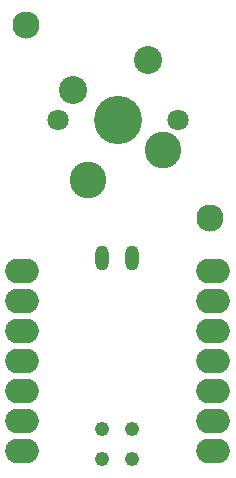
<source format=gbr>
%TF.GenerationSoftware,KiCad,Pcbnew,(5.1.6-0-10_14)*%
%TF.CreationDate,2021-03-26T09:45:15+01:00*%
%TF.ProjectId,KBPY,4b425059-2e6b-4696-9361-645f70636258,rev?*%
%TF.SameCoordinates,Original*%
%TF.FileFunction,Soldermask,Top*%
%TF.FilePolarity,Negative*%
%FSLAX46Y46*%
G04 Gerber Fmt 4.6, Leading zero omitted, Abs format (unit mm)*
G04 Created by KiCad (PCBNEW (5.1.6-0-10_14)) date 2021-03-26 09:45:15*
%MOMM*%
%LPD*%
G01*
G04 APERTURE LIST*
%ADD10C,2.300000*%
%ADD11C,1.801800*%
%ADD12C,2.386000*%
%ADD13C,4.087800*%
%ADD14C,3.100000*%
%ADD15C,1.243000*%
%ADD16O,1.116000X2.132000*%
%ADD17O,2.848280X2.098980*%
G04 APERTURE END LIST*
D10*
%TO.C,REF\u002A\u002A*%
X132660000Y-102120000D03*
%TD*%
%TO.C,REF\u002A\u002A*%
X117070000Y-85770000D03*
%TD*%
D11*
%TO.C,SW1*%
X119800000Y-93810000D03*
X129960000Y-93810000D03*
D12*
X121070000Y-91270000D03*
D13*
X124880000Y-93810000D03*
D12*
X127420000Y-88730000D03*
D14*
X128690000Y-96350000D03*
X122340000Y-98890000D03*
%TD*%
D15*
%TO.C,U1*%
X123511197Y-119984187D03*
X126051197Y-119984187D03*
X123511197Y-122524187D03*
X126051197Y-122524187D03*
D16*
X123500000Y-105520000D03*
X126050000Y-105520000D03*
D17*
X132916880Y-121837820D03*
X132916880Y-119297820D03*
X132916880Y-116757820D03*
X132916880Y-114217820D03*
X132916880Y-111677820D03*
X132916880Y-109137820D03*
X132916880Y-106597820D03*
X116752320Y-106597820D03*
X116752320Y-109137820D03*
X116752320Y-111677820D03*
X116752320Y-114217820D03*
X116752320Y-116757820D03*
X116752320Y-119297820D03*
X116752320Y-121837820D03*
%TD*%
M02*

</source>
